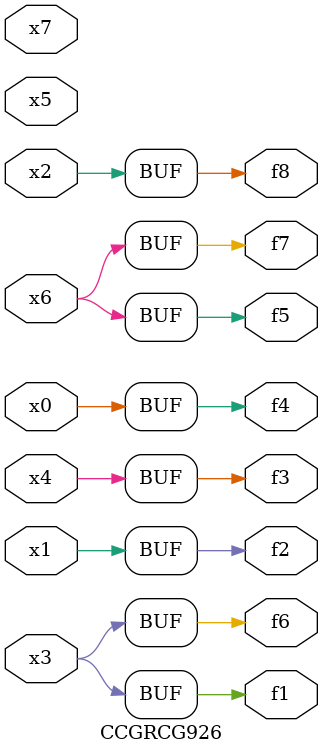
<source format=v>
module CCGRCG926(
	input x0, x1, x2, x3, x4, x5, x6, x7,
	output f1, f2, f3, f4, f5, f6, f7, f8
);
	assign f1 = x3;
	assign f2 = x1;
	assign f3 = x4;
	assign f4 = x0;
	assign f5 = x6;
	assign f6 = x3;
	assign f7 = x6;
	assign f8 = x2;
endmodule

</source>
